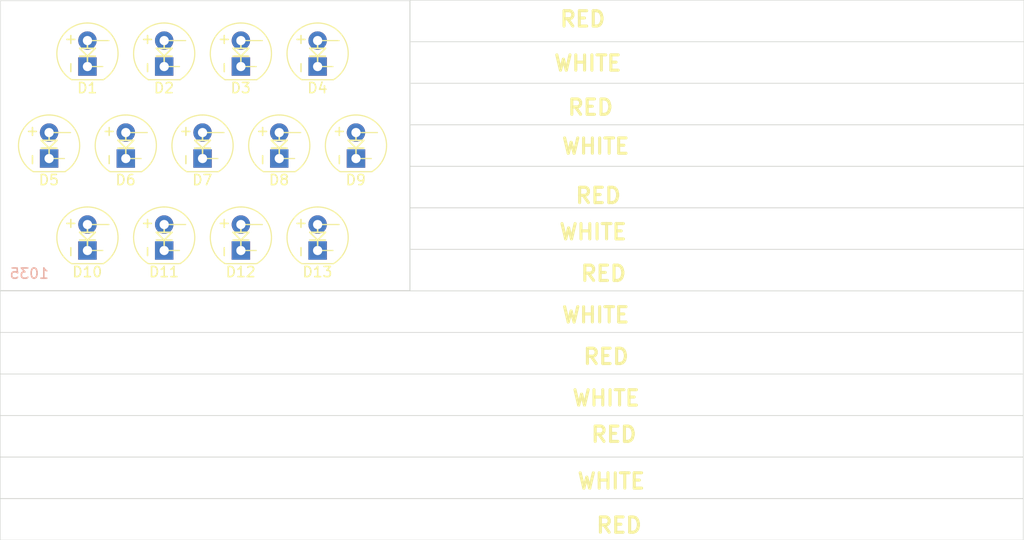
<source format=kicad_pcb>
(kicad_pcb (version 20171130) (host pcbnew "(5.1.5)-3")

  (general
    (thickness 1.6)
    (drawings 70)
    (tracks 0)
    (zones 0)
    (modules 13)
    (nets 27)
  )

  (page A4)
  (layers
    (0 F.Cu signal)
    (31 B.Cu signal)
    (32 B.Adhes user)
    (33 F.Adhes user)
    (34 B.Paste user)
    (35 F.Paste user)
    (36 B.SilkS user)
    (37 F.SilkS user)
    (38 B.Mask user)
    (39 F.Mask user)
    (40 Dwgs.User user)
    (41 Cmts.User user)
    (42 Eco1.User user)
    (43 Eco2.User user)
    (44 Edge.Cuts user)
    (45 Margin user)
    (46 B.CrtYd user)
    (47 F.CrtYd user)
    (48 B.Fab user)
    (49 F.Fab user)
  )

  (setup
    (last_trace_width 0.25)
    (trace_clearance 0.2)
    (zone_clearance 0.508)
    (zone_45_only no)
    (trace_min 0.2)
    (via_size 0.8)
    (via_drill 0.4)
    (via_min_size 0.4)
    (via_min_drill 0.3)
    (uvia_size 0.3)
    (uvia_drill 0.1)
    (uvias_allowed no)
    (uvia_min_size 0.2)
    (uvia_min_drill 0.1)
    (edge_width 0.05)
    (segment_width 0.2)
    (pcb_text_width 0.3)
    (pcb_text_size 1.5 1.5)
    (mod_edge_width 0.12)
    (mod_text_size 1 1)
    (mod_text_width 0.15)
    (pad_size 1.524 1.524)
    (pad_drill 0.762)
    (pad_to_mask_clearance 0.051)
    (solder_mask_min_width 0.25)
    (aux_axis_origin 0 0)
    (visible_elements 7FFFFFFF)
    (pcbplotparams
      (layerselection 0x010fc_ffffffff)
      (usegerberextensions false)
      (usegerberattributes false)
      (usegerberadvancedattributes false)
      (creategerberjobfile false)
      (excludeedgelayer true)
      (linewidth 0.100000)
      (plotframeref false)
      (viasonmask false)
      (mode 1)
      (useauxorigin false)
      (hpglpennumber 1)
      (hpglpenspeed 20)
      (hpglpendiameter 15.000000)
      (psnegative false)
      (psa4output false)
      (plotreference true)
      (plotvalue true)
      (plotinvisibletext false)
      (padsonsilk false)
      (subtractmaskfromsilk false)
      (outputformat 1)
      (mirror false)
      (drillshape 1)
      (scaleselection 1)
      (outputdirectory ""))
  )

  (net 0 "")
  (net 1 "Net-(D1-Pad1)")
  (net 2 "Net-(D1-Pad2)")
  (net 3 "Net-(D2-Pad1)")
  (net 4 "Net-(D2-Pad2)")
  (net 5 "Net-(D3-Pad2)")
  (net 6 "Net-(D3-Pad1)")
  (net 7 "Net-(D4-Pad2)")
  (net 8 "Net-(D4-Pad1)")
  (net 9 "Net-(D5-Pad2)")
  (net 10 "Net-(D5-Pad1)")
  (net 11 "Net-(D6-Pad1)")
  (net 12 "Net-(D6-Pad2)")
  (net 13 "Net-(D7-Pad1)")
  (net 14 "Net-(D7-Pad2)")
  (net 15 "Net-(D8-Pad1)")
  (net 16 "Net-(D8-Pad2)")
  (net 17 "Net-(D9-Pad2)")
  (net 18 "Net-(D9-Pad1)")
  (net 19 "Net-(D10-Pad2)")
  (net 20 "Net-(D10-Pad1)")
  (net 21 "Net-(D11-Pad2)")
  (net 22 "Net-(D11-Pad1)")
  (net 23 "Net-(D12-Pad1)")
  (net 24 "Net-(D12-Pad2)")
  (net 25 "Net-(D13-Pad1)")
  (net 26 "Net-(D13-Pad2)")

  (net_class Default "This is the default net class."
    (clearance 0.2)
    (trace_width 0.25)
    (via_dia 0.8)
    (via_drill 0.4)
    (uvia_dia 0.3)
    (uvia_drill 0.1)
    (add_net "Net-(D1-Pad1)")
    (add_net "Net-(D1-Pad2)")
    (add_net "Net-(D10-Pad1)")
    (add_net "Net-(D10-Pad2)")
    (add_net "Net-(D11-Pad1)")
    (add_net "Net-(D11-Pad2)")
    (add_net "Net-(D12-Pad1)")
    (add_net "Net-(D12-Pad2)")
    (add_net "Net-(D13-Pad1)")
    (add_net "Net-(D13-Pad2)")
    (add_net "Net-(D2-Pad1)")
    (add_net "Net-(D2-Pad2)")
    (add_net "Net-(D3-Pad1)")
    (add_net "Net-(D3-Pad2)")
    (add_net "Net-(D4-Pad1)")
    (add_net "Net-(D4-Pad2)")
    (add_net "Net-(D5-Pad1)")
    (add_net "Net-(D5-Pad2)")
    (add_net "Net-(D6-Pad1)")
    (add_net "Net-(D6-Pad2)")
    (add_net "Net-(D7-Pad1)")
    (add_net "Net-(D7-Pad2)")
    (add_net "Net-(D8-Pad1)")
    (add_net "Net-(D8-Pad2)")
    (add_net "Net-(D9-Pad1)")
    (add_net "Net-(D9-Pad2)")
  )

  (module "CCC-Schematic-Footprints:Schematic - LED 5mm(2.56P) 003" (layer F.Cu) (tedit 5D4CC2AF) (tstamp 5EAFD2AC)
    (at 38.712 103.192)
    (descr "LED, diameter 5.0mm, 2 pins, http://cdn-reichelt.de/documents/datenblatt/A500/LL-504BC2E-009.pdf")
    (tags "LED diameter 5.0mm 2 pins")
    (path /5EB0CD1C)
    (fp_text reference D1 (at -0.274 3.37 180) (layer F.SilkS)
      (effects (font (size 1 1) (thickness 0.15)))
    )
    (fp_text value LED (at 3.746 0 90) (layer F.Fab)
      (effects (font (size 1 1) (thickness 0.15)))
    )
    (fp_line (start -0.254 -0.508) (end -0.254 -1.016) (layer F.SilkS) (width 0.15))
    (fp_line (start -0.254 0.254) (end -0.254 0.762) (layer F.SilkS) (width 0.15))
    (fp_line (start -1.016 0.254) (end 0.508 0.254) (layer F.SilkS) (width 0.15))
    (fp_line (start -0.254 0.254) (end -1.016 -0.508) (layer F.SilkS) (width 0.15))
    (fp_line (start 0.508 -0.508) (end -0.254 0.254) (layer F.SilkS) (width 0.15))
    (fp_line (start -1.016 -0.508) (end 0.508 -0.508) (layer F.SilkS) (width 0.15))
    (fp_arc (start -0.254 0) (end -1.723694 2.5) (angle 299.1) (layer F.Fab) (width 0.1))
    (fp_arc (start -0.254 0) (end -1.79883 2.56) (angle 148.9) (layer F.SilkS) (width 0.12))
    (fp_arc (start -0.254 0) (end 1.29083 2.56) (angle -148.9) (layer F.SilkS) (width 0.12))
    (fp_line (start -1.723694 2.5) (end 1.215694 2.5) (layer F.Fab) (width 0.1))
    (fp_line (start -1.799 2.56) (end 1.291 2.56) (layer F.SilkS) (width 0.12))
    (fp_line (start -3.504 3.22) (end 2.996 3.22) (layer F.CrtYd) (width 0.05))
    (fp_line (start 2.996 3.22) (end 2.996 -3.23) (layer F.CrtYd) (width 0.05))
    (fp_line (start 2.996 -3.23) (end -3.504 -3.23) (layer F.CrtYd) (width 0.05))
    (fp_line (start -3.504 -3.23) (end -3.504 3.22) (layer F.CrtYd) (width 0.05))
    (fp_text user %R (at -0.254 0.02 90) (layer F.Fab)
      (effects (font (size 0.8 0.8) (thickness 0.2)))
    )
    (fp_text user "-  +" (at -1.954 0 90) (layer F.SilkS)
      (effects (font (size 1 1) (thickness 0.15)))
    )
    (fp_line (start -0.254 -1.27) (end 1.846 -1.27) (layer F.SilkS) (width 0.12))
    (fp_line (start -0.254 1.27) (end 1.246 1.27) (layer F.SilkS) (width 0.12))
    (pad 1 thru_hole rect (at -0.254 1.27 90) (size 1.8 1.8) (drill 0.9) (layers *.Cu *.Mask)
      (net 1 "Net-(D1-Pad1)"))
    (pad 2 thru_hole circle (at -0.254 -1.27 90) (size 1.8 1.8) (drill 0.9) (layers *.Cu *.Mask)
      (net 2 "Net-(D1-Pad2)"))
    (model ${KISYS3DMOD}/LED_THT.3dshapes/LED_D5.0mm.wrl
      (at (xyz 0 0 0))
      (scale (xyz 1 1 1))
      (rotate (xyz 0 0 0))
    )
  )

  (module "CCC-Schematic-Footprints:Schematic - LED 5mm(2.56P) 003" (layer F.Cu) (tedit 5D4CC2AF) (tstamp 5EAFE203)
    (at 46.212 103.192)
    (descr "LED, diameter 5.0mm, 2 pins, http://cdn-reichelt.de/documents/datenblatt/A500/LL-504BC2E-009.pdf")
    (tags "LED diameter 5.0mm 2 pins")
    (path /5EB0A2B4)
    (fp_text reference D2 (at -0.274 3.37 180) (layer F.SilkS)
      (effects (font (size 1 1) (thickness 0.15)))
    )
    (fp_text value LED (at 3.746 0 90) (layer F.Fab)
      (effects (font (size 1 1) (thickness 0.15)))
    )
    (fp_line (start -0.254 -0.508) (end -0.254 -1.016) (layer F.SilkS) (width 0.15))
    (fp_line (start -0.254 0.254) (end -0.254 0.762) (layer F.SilkS) (width 0.15))
    (fp_line (start -1.016 0.254) (end 0.508 0.254) (layer F.SilkS) (width 0.15))
    (fp_line (start -0.254 0.254) (end -1.016 -0.508) (layer F.SilkS) (width 0.15))
    (fp_line (start 0.508 -0.508) (end -0.254 0.254) (layer F.SilkS) (width 0.15))
    (fp_line (start -1.016 -0.508) (end 0.508 -0.508) (layer F.SilkS) (width 0.15))
    (fp_arc (start -0.254 0) (end -1.723694 2.5) (angle 299.1) (layer F.Fab) (width 0.1))
    (fp_arc (start -0.254 0) (end -1.79883 2.56) (angle 148.9) (layer F.SilkS) (width 0.12))
    (fp_arc (start -0.254 0) (end 1.29083 2.56) (angle -148.9) (layer F.SilkS) (width 0.12))
    (fp_line (start -1.723694 2.5) (end 1.215694 2.5) (layer F.Fab) (width 0.1))
    (fp_line (start -1.799 2.56) (end 1.291 2.56) (layer F.SilkS) (width 0.12))
    (fp_line (start -3.504 3.22) (end 2.996 3.22) (layer F.CrtYd) (width 0.05))
    (fp_line (start 2.996 3.22) (end 2.996 -3.23) (layer F.CrtYd) (width 0.05))
    (fp_line (start 2.996 -3.23) (end -3.504 -3.23) (layer F.CrtYd) (width 0.05))
    (fp_line (start -3.504 -3.23) (end -3.504 3.22) (layer F.CrtYd) (width 0.05))
    (fp_text user %R (at -0.254 0.02 90) (layer F.Fab)
      (effects (font (size 0.8 0.8) (thickness 0.2)))
    )
    (fp_text user "-  +" (at -1.954 0 90) (layer F.SilkS)
      (effects (font (size 1 1) (thickness 0.15)))
    )
    (fp_line (start -0.254 -1.27) (end 1.846 -1.27) (layer F.SilkS) (width 0.12))
    (fp_line (start -0.254 1.27) (end 1.246 1.27) (layer F.SilkS) (width 0.12))
    (pad 1 thru_hole rect (at -0.254 1.27 90) (size 1.8 1.8) (drill 0.9) (layers *.Cu *.Mask)
      (net 3 "Net-(D2-Pad1)"))
    (pad 2 thru_hole circle (at -0.254 -1.27 90) (size 1.8 1.8) (drill 0.9) (layers *.Cu *.Mask)
      (net 4 "Net-(D2-Pad2)"))
    (model ${KISYS3DMOD}/LED_THT.3dshapes/LED_D5.0mm.wrl
      (at (xyz 0 0 0))
      (scale (xyz 1 1 1))
      (rotate (xyz 0 0 0))
    )
  )

  (module "CCC-Schematic-Footprints:Schematic - LED 5mm(2.56P) 003" (layer F.Cu) (tedit 5D4CC2AF) (tstamp 5EAFD2DE)
    (at 53.712 103.192)
    (descr "LED, diameter 5.0mm, 2 pins, http://cdn-reichelt.de/documents/datenblatt/A500/LL-504BC2E-009.pdf")
    (tags "LED diameter 5.0mm 2 pins")
    (path /5EB13AAC)
    (fp_text reference D3 (at -0.274 3.37 180) (layer F.SilkS)
      (effects (font (size 1 1) (thickness 0.15)))
    )
    (fp_text value LED (at 3.746 0 90) (layer F.Fab)
      (effects (font (size 1 1) (thickness 0.15)))
    )
    (fp_line (start -0.254 1.27) (end 1.246 1.27) (layer F.SilkS) (width 0.12))
    (fp_line (start -0.254 -1.27) (end 1.846 -1.27) (layer F.SilkS) (width 0.12))
    (fp_text user "-  +" (at -1.954 0 90) (layer F.SilkS)
      (effects (font (size 1 1) (thickness 0.15)))
    )
    (fp_text user %R (at -0.254 0.02 90) (layer F.Fab)
      (effects (font (size 0.8 0.8) (thickness 0.2)))
    )
    (fp_line (start -3.504 -3.23) (end -3.504 3.22) (layer F.CrtYd) (width 0.05))
    (fp_line (start 2.996 -3.23) (end -3.504 -3.23) (layer F.CrtYd) (width 0.05))
    (fp_line (start 2.996 3.22) (end 2.996 -3.23) (layer F.CrtYd) (width 0.05))
    (fp_line (start -3.504 3.22) (end 2.996 3.22) (layer F.CrtYd) (width 0.05))
    (fp_line (start -1.799 2.56) (end 1.291 2.56) (layer F.SilkS) (width 0.12))
    (fp_line (start -1.723694 2.5) (end 1.215694 2.5) (layer F.Fab) (width 0.1))
    (fp_arc (start -0.254 0) (end 1.29083 2.56) (angle -148.9) (layer F.SilkS) (width 0.12))
    (fp_arc (start -0.254 0) (end -1.79883 2.56) (angle 148.9) (layer F.SilkS) (width 0.12))
    (fp_arc (start -0.254 0) (end -1.723694 2.5) (angle 299.1) (layer F.Fab) (width 0.1))
    (fp_line (start -1.016 -0.508) (end 0.508 -0.508) (layer F.SilkS) (width 0.15))
    (fp_line (start 0.508 -0.508) (end -0.254 0.254) (layer F.SilkS) (width 0.15))
    (fp_line (start -0.254 0.254) (end -1.016 -0.508) (layer F.SilkS) (width 0.15))
    (fp_line (start -1.016 0.254) (end 0.508 0.254) (layer F.SilkS) (width 0.15))
    (fp_line (start -0.254 0.254) (end -0.254 0.762) (layer F.SilkS) (width 0.15))
    (fp_line (start -0.254 -0.508) (end -0.254 -1.016) (layer F.SilkS) (width 0.15))
    (pad 2 thru_hole circle (at -0.254 -1.27 90) (size 1.8 1.8) (drill 0.9) (layers *.Cu *.Mask)
      (net 5 "Net-(D3-Pad2)"))
    (pad 1 thru_hole rect (at -0.254 1.27 90) (size 1.8 1.8) (drill 0.9) (layers *.Cu *.Mask)
      (net 6 "Net-(D3-Pad1)"))
    (model ${KISYS3DMOD}/LED_THT.3dshapes/LED_D5.0mm.wrl
      (at (xyz 0 0 0))
      (scale (xyz 1 1 1))
      (rotate (xyz 0 0 0))
    )
  )

  (module "CCC-Schematic-Footprints:Schematic - LED 5mm(2.56P) 003" (layer F.Cu) (tedit 5D4CC2AF) (tstamp 5EAFD2F7)
    (at 61.212 103.192)
    (descr "LED, diameter 5.0mm, 2 pins, http://cdn-reichelt.de/documents/datenblatt/A500/LL-504BC2E-009.pdf")
    (tags "LED diameter 5.0mm 2 pins")
    (path /5EB11ABE)
    (fp_text reference D4 (at -0.274 3.37 180) (layer F.SilkS)
      (effects (font (size 1 1) (thickness 0.15)))
    )
    (fp_text value LED (at 3.746 0 90) (layer F.Fab)
      (effects (font (size 1 1) (thickness 0.15)))
    )
    (fp_line (start -0.254 1.27) (end 1.246 1.27) (layer F.SilkS) (width 0.12))
    (fp_line (start -0.254 -1.27) (end 1.846 -1.27) (layer F.SilkS) (width 0.12))
    (fp_text user "-  +" (at -1.954 0 90) (layer F.SilkS)
      (effects (font (size 1 1) (thickness 0.15)))
    )
    (fp_text user %R (at -0.254 0.02 90) (layer F.Fab)
      (effects (font (size 0.8 0.8) (thickness 0.2)))
    )
    (fp_line (start -3.504 -3.23) (end -3.504 3.22) (layer F.CrtYd) (width 0.05))
    (fp_line (start 2.996 -3.23) (end -3.504 -3.23) (layer F.CrtYd) (width 0.05))
    (fp_line (start 2.996 3.22) (end 2.996 -3.23) (layer F.CrtYd) (width 0.05))
    (fp_line (start -3.504 3.22) (end 2.996 3.22) (layer F.CrtYd) (width 0.05))
    (fp_line (start -1.799 2.56) (end 1.291 2.56) (layer F.SilkS) (width 0.12))
    (fp_line (start -1.723694 2.5) (end 1.215694 2.5) (layer F.Fab) (width 0.1))
    (fp_arc (start -0.254 0) (end 1.29083 2.56) (angle -148.9) (layer F.SilkS) (width 0.12))
    (fp_arc (start -0.254 0) (end -1.79883 2.56) (angle 148.9) (layer F.SilkS) (width 0.12))
    (fp_arc (start -0.254 0) (end -1.723694 2.5) (angle 299.1) (layer F.Fab) (width 0.1))
    (fp_line (start -1.016 -0.508) (end 0.508 -0.508) (layer F.SilkS) (width 0.15))
    (fp_line (start 0.508 -0.508) (end -0.254 0.254) (layer F.SilkS) (width 0.15))
    (fp_line (start -0.254 0.254) (end -1.016 -0.508) (layer F.SilkS) (width 0.15))
    (fp_line (start -1.016 0.254) (end 0.508 0.254) (layer F.SilkS) (width 0.15))
    (fp_line (start -0.254 0.254) (end -0.254 0.762) (layer F.SilkS) (width 0.15))
    (fp_line (start -0.254 -0.508) (end -0.254 -1.016) (layer F.SilkS) (width 0.15))
    (pad 2 thru_hole circle (at -0.254 -1.27 90) (size 1.8 1.8) (drill 0.9) (layers *.Cu *.Mask)
      (net 7 "Net-(D4-Pad2)"))
    (pad 1 thru_hole rect (at -0.254 1.27 90) (size 1.8 1.8) (drill 0.9) (layers *.Cu *.Mask)
      (net 8 "Net-(D4-Pad1)"))
    (model ${KISYS3DMOD}/LED_THT.3dshapes/LED_D5.0mm.wrl
      (at (xyz 0 0 0))
      (scale (xyz 1 1 1))
      (rotate (xyz 0 0 0))
    )
  )

  (module "CCC-Schematic-Footprints:Schematic - LED 5mm(2.56P) 003" (layer F.Cu) (tedit 5D4CC2AF) (tstamp 5EAFDF14)
    (at 34.962 112.192)
    (descr "LED, diameter 5.0mm, 2 pins, http://cdn-reichelt.de/documents/datenblatt/A500/LL-504BC2E-009.pdf")
    (tags "LED diameter 5.0mm 2 pins")
    (path /5EB0C6CC)
    (fp_text reference D5 (at -0.274 3.37 180) (layer F.SilkS)
      (effects (font (size 1 1) (thickness 0.15)))
    )
    (fp_text value LED (at 3.746 0 90) (layer F.Fab)
      (effects (font (size 1 1) (thickness 0.15)))
    )
    (fp_line (start -0.254 1.27) (end 1.246 1.27) (layer F.SilkS) (width 0.12))
    (fp_line (start -0.254 -1.27) (end 1.846 -1.27) (layer F.SilkS) (width 0.12))
    (fp_text user "-  +" (at -1.954 0 90) (layer F.SilkS)
      (effects (font (size 1 1) (thickness 0.15)))
    )
    (fp_text user %R (at -0.254 0.02 90) (layer F.Fab)
      (effects (font (size 0.8 0.8) (thickness 0.2)))
    )
    (fp_line (start -3.504 -3.23) (end -3.504 3.22) (layer F.CrtYd) (width 0.05))
    (fp_line (start 2.996 -3.23) (end -3.504 -3.23) (layer F.CrtYd) (width 0.05))
    (fp_line (start 2.996 3.22) (end 2.996 -3.23) (layer F.CrtYd) (width 0.05))
    (fp_line (start -3.504 3.22) (end 2.996 3.22) (layer F.CrtYd) (width 0.05))
    (fp_line (start -1.799 2.56) (end 1.291 2.56) (layer F.SilkS) (width 0.12))
    (fp_line (start -1.723694 2.5) (end 1.215694 2.5) (layer F.Fab) (width 0.1))
    (fp_arc (start -0.254 0) (end 1.29083 2.56) (angle -148.9) (layer F.SilkS) (width 0.12))
    (fp_arc (start -0.254 0) (end -1.79883 2.56) (angle 148.9) (layer F.SilkS) (width 0.12))
    (fp_arc (start -0.254 0) (end -1.723694 2.5) (angle 299.1) (layer F.Fab) (width 0.1))
    (fp_line (start -1.016 -0.508) (end 0.508 -0.508) (layer F.SilkS) (width 0.15))
    (fp_line (start 0.508 -0.508) (end -0.254 0.254) (layer F.SilkS) (width 0.15))
    (fp_line (start -0.254 0.254) (end -1.016 -0.508) (layer F.SilkS) (width 0.15))
    (fp_line (start -1.016 0.254) (end 0.508 0.254) (layer F.SilkS) (width 0.15))
    (fp_line (start -0.254 0.254) (end -0.254 0.762) (layer F.SilkS) (width 0.15))
    (fp_line (start -0.254 -0.508) (end -0.254 -1.016) (layer F.SilkS) (width 0.15))
    (pad 2 thru_hole circle (at -0.254 -1.27 90) (size 1.8 1.8) (drill 0.9) (layers *.Cu *.Mask)
      (net 9 "Net-(D5-Pad2)"))
    (pad 1 thru_hole rect (at -0.254 1.27 90) (size 1.8 1.8) (drill 0.9) (layers *.Cu *.Mask)
      (net 10 "Net-(D5-Pad1)"))
    (model ${KISYS3DMOD}/LED_THT.3dshapes/LED_D5.0mm.wrl
      (at (xyz 0 0 0))
      (scale (xyz 1 1 1))
      (rotate (xyz 0 0 0))
    )
  )

  (module "CCC-Schematic-Footprints:Schematic - LED 5mm(2.56P) 003" (layer F.Cu) (tedit 5D4CC2AF) (tstamp 5EAFD329)
    (at 42.462 112.192)
    (descr "LED, diameter 5.0mm, 2 pins, http://cdn-reichelt.de/documents/datenblatt/A500/LL-504BC2E-009.pdf")
    (tags "LED diameter 5.0mm 2 pins")
    (path /5EB13AB2)
    (fp_text reference D6 (at -0.274 3.37 180) (layer F.SilkS)
      (effects (font (size 1 1) (thickness 0.15)))
    )
    (fp_text value LED (at 3.746 0 90) (layer F.Fab)
      (effects (font (size 1 1) (thickness 0.15)))
    )
    (fp_line (start -0.254 -0.508) (end -0.254 -1.016) (layer F.SilkS) (width 0.15))
    (fp_line (start -0.254 0.254) (end -0.254 0.762) (layer F.SilkS) (width 0.15))
    (fp_line (start -1.016 0.254) (end 0.508 0.254) (layer F.SilkS) (width 0.15))
    (fp_line (start -0.254 0.254) (end -1.016 -0.508) (layer F.SilkS) (width 0.15))
    (fp_line (start 0.508 -0.508) (end -0.254 0.254) (layer F.SilkS) (width 0.15))
    (fp_line (start -1.016 -0.508) (end 0.508 -0.508) (layer F.SilkS) (width 0.15))
    (fp_arc (start -0.254 0) (end -1.723694 2.5) (angle 299.1) (layer F.Fab) (width 0.1))
    (fp_arc (start -0.254 0) (end -1.79883 2.56) (angle 148.9) (layer F.SilkS) (width 0.12))
    (fp_arc (start -0.254 0) (end 1.29083 2.56) (angle -148.9) (layer F.SilkS) (width 0.12))
    (fp_line (start -1.723694 2.5) (end 1.215694 2.5) (layer F.Fab) (width 0.1))
    (fp_line (start -1.799 2.56) (end 1.291 2.56) (layer F.SilkS) (width 0.12))
    (fp_line (start -3.504 3.22) (end 2.996 3.22) (layer F.CrtYd) (width 0.05))
    (fp_line (start 2.996 3.22) (end 2.996 -3.23) (layer F.CrtYd) (width 0.05))
    (fp_line (start 2.996 -3.23) (end -3.504 -3.23) (layer F.CrtYd) (width 0.05))
    (fp_line (start -3.504 -3.23) (end -3.504 3.22) (layer F.CrtYd) (width 0.05))
    (fp_text user %R (at -0.254 0.02 90) (layer F.Fab)
      (effects (font (size 0.8 0.8) (thickness 0.2)))
    )
    (fp_text user "-  +" (at -1.954 0 90) (layer F.SilkS)
      (effects (font (size 1 1) (thickness 0.15)))
    )
    (fp_line (start -0.254 -1.27) (end 1.846 -1.27) (layer F.SilkS) (width 0.12))
    (fp_line (start -0.254 1.27) (end 1.246 1.27) (layer F.SilkS) (width 0.12))
    (pad 1 thru_hole rect (at -0.254 1.27 90) (size 1.8 1.8) (drill 0.9) (layers *.Cu *.Mask)
      (net 11 "Net-(D6-Pad1)"))
    (pad 2 thru_hole circle (at -0.254 -1.27 90) (size 1.8 1.8) (drill 0.9) (layers *.Cu *.Mask)
      (net 12 "Net-(D6-Pad2)"))
    (model ${KISYS3DMOD}/LED_THT.3dshapes/LED_D5.0mm.wrl
      (at (xyz 0 0 0))
      (scale (xyz 1 1 1))
      (rotate (xyz 0 0 0))
    )
  )

  (module "CCC-Schematic-Footprints:Schematic - LED 5mm(2.56P) 003" (layer F.Cu) (tedit 5D4CC2AF) (tstamp 5EAFD342)
    (at 49.962 112.192)
    (descr "LED, diameter 5.0mm, 2 pins, http://cdn-reichelt.de/documents/datenblatt/A500/LL-504BC2E-009.pdf")
    (tags "LED diameter 5.0mm 2 pins")
    (path /5EB11AC4)
    (fp_text reference D7 (at -0.274 3.37 180) (layer F.SilkS)
      (effects (font (size 1 1) (thickness 0.15)))
    )
    (fp_text value LED (at 3.746 0 90) (layer F.Fab)
      (effects (font (size 1 1) (thickness 0.15)))
    )
    (fp_line (start -0.254 -0.508) (end -0.254 -1.016) (layer F.SilkS) (width 0.15))
    (fp_line (start -0.254 0.254) (end -0.254 0.762) (layer F.SilkS) (width 0.15))
    (fp_line (start -1.016 0.254) (end 0.508 0.254) (layer F.SilkS) (width 0.15))
    (fp_line (start -0.254 0.254) (end -1.016 -0.508) (layer F.SilkS) (width 0.15))
    (fp_line (start 0.508 -0.508) (end -0.254 0.254) (layer F.SilkS) (width 0.15))
    (fp_line (start -1.016 -0.508) (end 0.508 -0.508) (layer F.SilkS) (width 0.15))
    (fp_arc (start -0.254 0) (end -1.723694 2.5) (angle 299.1) (layer F.Fab) (width 0.1))
    (fp_arc (start -0.254 0) (end -1.79883 2.56) (angle 148.9) (layer F.SilkS) (width 0.12))
    (fp_arc (start -0.254 0) (end 1.29083 2.56) (angle -148.9) (layer F.SilkS) (width 0.12))
    (fp_line (start -1.723694 2.5) (end 1.215694 2.5) (layer F.Fab) (width 0.1))
    (fp_line (start -1.799 2.56) (end 1.291 2.56) (layer F.SilkS) (width 0.12))
    (fp_line (start -3.504 3.22) (end 2.996 3.22) (layer F.CrtYd) (width 0.05))
    (fp_line (start 2.996 3.22) (end 2.996 -3.23) (layer F.CrtYd) (width 0.05))
    (fp_line (start 2.996 -3.23) (end -3.504 -3.23) (layer F.CrtYd) (width 0.05))
    (fp_line (start -3.504 -3.23) (end -3.504 3.22) (layer F.CrtYd) (width 0.05))
    (fp_text user %R (at -0.254 0.02 90) (layer F.Fab)
      (effects (font (size 0.8 0.8) (thickness 0.2)))
    )
    (fp_text user "-  +" (at -1.954 0 90) (layer F.SilkS)
      (effects (font (size 1 1) (thickness 0.15)))
    )
    (fp_line (start -0.254 -1.27) (end 1.846 -1.27) (layer F.SilkS) (width 0.12))
    (fp_line (start -0.254 1.27) (end 1.246 1.27) (layer F.SilkS) (width 0.12))
    (pad 1 thru_hole rect (at -0.254 1.27 90) (size 1.8 1.8) (drill 0.9) (layers *.Cu *.Mask)
      (net 13 "Net-(D7-Pad1)"))
    (pad 2 thru_hole circle (at -0.254 -1.27 90) (size 1.8 1.8) (drill 0.9) (layers *.Cu *.Mask)
      (net 14 "Net-(D7-Pad2)"))
    (model ${KISYS3DMOD}/LED_THT.3dshapes/LED_D5.0mm.wrl
      (at (xyz 0 0 0))
      (scale (xyz 1 1 1))
      (rotate (xyz 0 0 0))
    )
  )

  (module "CCC-Schematic-Footprints:Schematic - LED 5mm(2.56P) 003" (layer F.Cu) (tedit 5D4CC2AF) (tstamp 5EAFD35B)
    (at 57.462 112.192)
    (descr "LED, diameter 5.0mm, 2 pins, http://cdn-reichelt.de/documents/datenblatt/A500/LL-504BC2E-009.pdf")
    (tags "LED diameter 5.0mm 2 pins")
    (path /5EB0CA39)
    (fp_text reference D8 (at -0.274 3.37 180) (layer F.SilkS)
      (effects (font (size 1 1) (thickness 0.15)))
    )
    (fp_text value LED (at 3.746 0 90) (layer F.Fab)
      (effects (font (size 1 1) (thickness 0.15)))
    )
    (fp_line (start -0.254 -0.508) (end -0.254 -1.016) (layer F.SilkS) (width 0.15))
    (fp_line (start -0.254 0.254) (end -0.254 0.762) (layer F.SilkS) (width 0.15))
    (fp_line (start -1.016 0.254) (end 0.508 0.254) (layer F.SilkS) (width 0.15))
    (fp_line (start -0.254 0.254) (end -1.016 -0.508) (layer F.SilkS) (width 0.15))
    (fp_line (start 0.508 -0.508) (end -0.254 0.254) (layer F.SilkS) (width 0.15))
    (fp_line (start -1.016 -0.508) (end 0.508 -0.508) (layer F.SilkS) (width 0.15))
    (fp_arc (start -0.254 0) (end -1.723694 2.5) (angle 299.1) (layer F.Fab) (width 0.1))
    (fp_arc (start -0.254 0) (end -1.79883 2.56) (angle 148.9) (layer F.SilkS) (width 0.12))
    (fp_arc (start -0.254 0) (end 1.29083 2.56) (angle -148.9) (layer F.SilkS) (width 0.12))
    (fp_line (start -1.723694 2.5) (end 1.215694 2.5) (layer F.Fab) (width 0.1))
    (fp_line (start -1.799 2.56) (end 1.291 2.56) (layer F.SilkS) (width 0.12))
    (fp_line (start -3.504 3.22) (end 2.996 3.22) (layer F.CrtYd) (width 0.05))
    (fp_line (start 2.996 3.22) (end 2.996 -3.23) (layer F.CrtYd) (width 0.05))
    (fp_line (start 2.996 -3.23) (end -3.504 -3.23) (layer F.CrtYd) (width 0.05))
    (fp_line (start -3.504 -3.23) (end -3.504 3.22) (layer F.CrtYd) (width 0.05))
    (fp_text user %R (at -0.254 0.02 90) (layer F.Fab)
      (effects (font (size 0.8 0.8) (thickness 0.2)))
    )
    (fp_text user "-  +" (at -1.954 0 90) (layer F.SilkS)
      (effects (font (size 1 1) (thickness 0.15)))
    )
    (fp_line (start -0.254 -1.27) (end 1.846 -1.27) (layer F.SilkS) (width 0.12))
    (fp_line (start -0.254 1.27) (end 1.246 1.27) (layer F.SilkS) (width 0.12))
    (pad 1 thru_hole rect (at -0.254 1.27 90) (size 1.8 1.8) (drill 0.9) (layers *.Cu *.Mask)
      (net 15 "Net-(D8-Pad1)"))
    (pad 2 thru_hole circle (at -0.254 -1.27 90) (size 1.8 1.8) (drill 0.9) (layers *.Cu *.Mask)
      (net 16 "Net-(D8-Pad2)"))
    (model ${KISYS3DMOD}/LED_THT.3dshapes/LED_D5.0mm.wrl
      (at (xyz 0 0 0))
      (scale (xyz 1 1 1))
      (rotate (xyz 0 0 0))
    )
  )

  (module "CCC-Schematic-Footprints:Schematic - LED 5mm(2.56P) 003" (layer F.Cu) (tedit 5D4CC2AF) (tstamp 5EAFD374)
    (at 64.962 112.192)
    (descr "LED, diameter 5.0mm, 2 pins, http://cdn-reichelt.de/documents/datenblatt/A500/LL-504BC2E-009.pdf")
    (tags "LED diameter 5.0mm 2 pins")
    (path /5EB13AB8)
    (fp_text reference D9 (at -0.274 3.37 180) (layer F.SilkS)
      (effects (font (size 1 1) (thickness 0.15)))
    )
    (fp_text value LED (at 3.746 0 90) (layer F.Fab)
      (effects (font (size 1 1) (thickness 0.15)))
    )
    (fp_line (start -0.254 1.27) (end 1.246 1.27) (layer F.SilkS) (width 0.12))
    (fp_line (start -0.254 -1.27) (end 1.846 -1.27) (layer F.SilkS) (width 0.12))
    (fp_text user "-  +" (at -1.954 0 90) (layer F.SilkS)
      (effects (font (size 1 1) (thickness 0.15)))
    )
    (fp_text user %R (at -0.254 0.02 90) (layer F.Fab)
      (effects (font (size 0.8 0.8) (thickness 0.2)))
    )
    (fp_line (start -3.504 -3.23) (end -3.504 3.22) (layer F.CrtYd) (width 0.05))
    (fp_line (start 2.996 -3.23) (end -3.504 -3.23) (layer F.CrtYd) (width 0.05))
    (fp_line (start 2.996 3.22) (end 2.996 -3.23) (layer F.CrtYd) (width 0.05))
    (fp_line (start -3.504 3.22) (end 2.996 3.22) (layer F.CrtYd) (width 0.05))
    (fp_line (start -1.799 2.56) (end 1.291 2.56) (layer F.SilkS) (width 0.12))
    (fp_line (start -1.723694 2.5) (end 1.215694 2.5) (layer F.Fab) (width 0.1))
    (fp_arc (start -0.254 0) (end 1.29083 2.56) (angle -148.9) (layer F.SilkS) (width 0.12))
    (fp_arc (start -0.254 0) (end -1.79883 2.56) (angle 148.9) (layer F.SilkS) (width 0.12))
    (fp_arc (start -0.254 0) (end -1.723694 2.5) (angle 299.1) (layer F.Fab) (width 0.1))
    (fp_line (start -1.016 -0.508) (end 0.508 -0.508) (layer F.SilkS) (width 0.15))
    (fp_line (start 0.508 -0.508) (end -0.254 0.254) (layer F.SilkS) (width 0.15))
    (fp_line (start -0.254 0.254) (end -1.016 -0.508) (layer F.SilkS) (width 0.15))
    (fp_line (start -1.016 0.254) (end 0.508 0.254) (layer F.SilkS) (width 0.15))
    (fp_line (start -0.254 0.254) (end -0.254 0.762) (layer F.SilkS) (width 0.15))
    (fp_line (start -0.254 -0.508) (end -0.254 -1.016) (layer F.SilkS) (width 0.15))
    (pad 2 thru_hole circle (at -0.254 -1.27 90) (size 1.8 1.8) (drill 0.9) (layers *.Cu *.Mask)
      (net 17 "Net-(D9-Pad2)"))
    (pad 1 thru_hole rect (at -0.254 1.27 90) (size 1.8 1.8) (drill 0.9) (layers *.Cu *.Mask)
      (net 18 "Net-(D9-Pad1)"))
    (model ${KISYS3DMOD}/LED_THT.3dshapes/LED_D5.0mm.wrl
      (at (xyz 0 0 0))
      (scale (xyz 1 1 1))
      (rotate (xyz 0 0 0))
    )
  )

  (module "CCC-Schematic-Footprints:Schematic - LED 5mm(2.56P) 003" (layer F.Cu) (tedit 5D4CC2AF) (tstamp 5EAFD38D)
    (at 38.712 121.192)
    (descr "LED, diameter 5.0mm, 2 pins, http://cdn-reichelt.de/documents/datenblatt/A500/LL-504BC2E-009.pdf")
    (tags "LED diameter 5.0mm 2 pins")
    (path /5EB11ACA)
    (fp_text reference D10 (at -0.274 3.37 180) (layer F.SilkS)
      (effects (font (size 1 1) (thickness 0.15)))
    )
    (fp_text value LED (at 3.746 0 90) (layer F.Fab)
      (effects (font (size 1 1) (thickness 0.15)))
    )
    (fp_line (start -0.254 1.27) (end 1.246 1.27) (layer F.SilkS) (width 0.12))
    (fp_line (start -0.254 -1.27) (end 1.846 -1.27) (layer F.SilkS) (width 0.12))
    (fp_text user "-  +" (at -1.954 0 90) (layer F.SilkS)
      (effects (font (size 1 1) (thickness 0.15)))
    )
    (fp_text user %R (at -0.254 0.02 90) (layer F.Fab)
      (effects (font (size 0.8 0.8) (thickness 0.2)))
    )
    (fp_line (start -3.504 -3.23) (end -3.504 3.22) (layer F.CrtYd) (width 0.05))
    (fp_line (start 2.996 -3.23) (end -3.504 -3.23) (layer F.CrtYd) (width 0.05))
    (fp_line (start 2.996 3.22) (end 2.996 -3.23) (layer F.CrtYd) (width 0.05))
    (fp_line (start -3.504 3.22) (end 2.996 3.22) (layer F.CrtYd) (width 0.05))
    (fp_line (start -1.799 2.56) (end 1.291 2.56) (layer F.SilkS) (width 0.12))
    (fp_line (start -1.723694 2.5) (end 1.215694 2.5) (layer F.Fab) (width 0.1))
    (fp_arc (start -0.254 0) (end 1.29083 2.56) (angle -148.9) (layer F.SilkS) (width 0.12))
    (fp_arc (start -0.254 0) (end -1.79883 2.56) (angle 148.9) (layer F.SilkS) (width 0.12))
    (fp_arc (start -0.254 0) (end -1.723694 2.5) (angle 299.1) (layer F.Fab) (width 0.1))
    (fp_line (start -1.016 -0.508) (end 0.508 -0.508) (layer F.SilkS) (width 0.15))
    (fp_line (start 0.508 -0.508) (end -0.254 0.254) (layer F.SilkS) (width 0.15))
    (fp_line (start -0.254 0.254) (end -1.016 -0.508) (layer F.SilkS) (width 0.15))
    (fp_line (start -1.016 0.254) (end 0.508 0.254) (layer F.SilkS) (width 0.15))
    (fp_line (start -0.254 0.254) (end -0.254 0.762) (layer F.SilkS) (width 0.15))
    (fp_line (start -0.254 -0.508) (end -0.254 -1.016) (layer F.SilkS) (width 0.15))
    (pad 2 thru_hole circle (at -0.254 -1.27 90) (size 1.8 1.8) (drill 0.9) (layers *.Cu *.Mask)
      (net 19 "Net-(D10-Pad2)"))
    (pad 1 thru_hole rect (at -0.254 1.27 90) (size 1.8 1.8) (drill 0.9) (layers *.Cu *.Mask)
      (net 20 "Net-(D10-Pad1)"))
    (model ${KISYS3DMOD}/LED_THT.3dshapes/LED_D5.0mm.wrl
      (at (xyz 0 0 0))
      (scale (xyz 1 1 1))
      (rotate (xyz 0 0 0))
    )
  )

  (module "CCC-Schematic-Footprints:Schematic - LED 5mm(2.56P) 003" (layer F.Cu) (tedit 5D4CC2AF) (tstamp 5EAFD3A6)
    (at 46.212 121.192)
    (descr "LED, diameter 5.0mm, 2 pins, http://cdn-reichelt.de/documents/datenblatt/A500/LL-504BC2E-009.pdf")
    (tags "LED diameter 5.0mm 2 pins")
    (path /5EB0CCB9)
    (fp_text reference D11 (at -0.274 3.37 180) (layer F.SilkS)
      (effects (font (size 1 1) (thickness 0.15)))
    )
    (fp_text value LED (at 3.746 0 90) (layer F.Fab)
      (effects (font (size 1 1) (thickness 0.15)))
    )
    (fp_line (start -0.254 1.27) (end 1.246 1.27) (layer F.SilkS) (width 0.12))
    (fp_line (start -0.254 -1.27) (end 1.846 -1.27) (layer F.SilkS) (width 0.12))
    (fp_text user "-  +" (at -1.954 0 90) (layer F.SilkS)
      (effects (font (size 1 1) (thickness 0.15)))
    )
    (fp_text user %R (at -0.254 0.02 90) (layer F.Fab)
      (effects (font (size 0.8 0.8) (thickness 0.2)))
    )
    (fp_line (start -3.504 -3.23) (end -3.504 3.22) (layer F.CrtYd) (width 0.05))
    (fp_line (start 2.996 -3.23) (end -3.504 -3.23) (layer F.CrtYd) (width 0.05))
    (fp_line (start 2.996 3.22) (end 2.996 -3.23) (layer F.CrtYd) (width 0.05))
    (fp_line (start -3.504 3.22) (end 2.996 3.22) (layer F.CrtYd) (width 0.05))
    (fp_line (start -1.799 2.56) (end 1.291 2.56) (layer F.SilkS) (width 0.12))
    (fp_line (start -1.723694 2.5) (end 1.215694 2.5) (layer F.Fab) (width 0.1))
    (fp_arc (start -0.254 0) (end 1.29083 2.56) (angle -148.9) (layer F.SilkS) (width 0.12))
    (fp_arc (start -0.254 0) (end -1.79883 2.56) (angle 148.9) (layer F.SilkS) (width 0.12))
    (fp_arc (start -0.254 0) (end -1.723694 2.5) (angle 299.1) (layer F.Fab) (width 0.1))
    (fp_line (start -1.016 -0.508) (end 0.508 -0.508) (layer F.SilkS) (width 0.15))
    (fp_line (start 0.508 -0.508) (end -0.254 0.254) (layer F.SilkS) (width 0.15))
    (fp_line (start -0.254 0.254) (end -1.016 -0.508) (layer F.SilkS) (width 0.15))
    (fp_line (start -1.016 0.254) (end 0.508 0.254) (layer F.SilkS) (width 0.15))
    (fp_line (start -0.254 0.254) (end -0.254 0.762) (layer F.SilkS) (width 0.15))
    (fp_line (start -0.254 -0.508) (end -0.254 -1.016) (layer F.SilkS) (width 0.15))
    (pad 2 thru_hole circle (at -0.254 -1.27 90) (size 1.8 1.8) (drill 0.9) (layers *.Cu *.Mask)
      (net 21 "Net-(D11-Pad2)"))
    (pad 1 thru_hole rect (at -0.254 1.27 90) (size 1.8 1.8) (drill 0.9) (layers *.Cu *.Mask)
      (net 22 "Net-(D11-Pad1)"))
    (model ${KISYS3DMOD}/LED_THT.3dshapes/LED_D5.0mm.wrl
      (at (xyz 0 0 0))
      (scale (xyz 1 1 1))
      (rotate (xyz 0 0 0))
    )
  )

  (module "CCC-Schematic-Footprints:Schematic - LED 5mm(2.56P) 003" (layer F.Cu) (tedit 5D4CC2AF) (tstamp 5EAFD3BF)
    (at 53.712 121.192)
    (descr "LED, diameter 5.0mm, 2 pins, http://cdn-reichelt.de/documents/datenblatt/A500/LL-504BC2E-009.pdf")
    (tags "LED diameter 5.0mm 2 pins")
    (path /5EB13ABE)
    (fp_text reference D12 (at -0.274 3.37 180) (layer F.SilkS)
      (effects (font (size 1 1) (thickness 0.15)))
    )
    (fp_text value LED (at 3.746 0 90) (layer F.Fab)
      (effects (font (size 1 1) (thickness 0.15)))
    )
    (fp_line (start -0.254 -0.508) (end -0.254 -1.016) (layer F.SilkS) (width 0.15))
    (fp_line (start -0.254 0.254) (end -0.254 0.762) (layer F.SilkS) (width 0.15))
    (fp_line (start -1.016 0.254) (end 0.508 0.254) (layer F.SilkS) (width 0.15))
    (fp_line (start -0.254 0.254) (end -1.016 -0.508) (layer F.SilkS) (width 0.15))
    (fp_line (start 0.508 -0.508) (end -0.254 0.254) (layer F.SilkS) (width 0.15))
    (fp_line (start -1.016 -0.508) (end 0.508 -0.508) (layer F.SilkS) (width 0.15))
    (fp_arc (start -0.254 0) (end -1.723694 2.5) (angle 299.1) (layer F.Fab) (width 0.1))
    (fp_arc (start -0.254 0) (end -1.79883 2.56) (angle 148.9) (layer F.SilkS) (width 0.12))
    (fp_arc (start -0.254 0) (end 1.29083 2.56) (angle -148.9) (layer F.SilkS) (width 0.12))
    (fp_line (start -1.723694 2.5) (end 1.215694 2.5) (layer F.Fab) (width 0.1))
    (fp_line (start -1.799 2.56) (end 1.291 2.56) (layer F.SilkS) (width 0.12))
    (fp_line (start -3.504 3.22) (end 2.996 3.22) (layer F.CrtYd) (width 0.05))
    (fp_line (start 2.996 3.22) (end 2.996 -3.23) (layer F.CrtYd) (width 0.05))
    (fp_line (start 2.996 -3.23) (end -3.504 -3.23) (layer F.CrtYd) (width 0.05))
    (fp_line (start -3.504 -3.23) (end -3.504 3.22) (layer F.CrtYd) (width 0.05))
    (fp_text user %R (at -0.254 0.02 90) (layer F.Fab)
      (effects (font (size 0.8 0.8) (thickness 0.2)))
    )
    (fp_text user "-  +" (at -1.954 0 90) (layer F.SilkS)
      (effects (font (size 1 1) (thickness 0.15)))
    )
    (fp_line (start -0.254 -1.27) (end 1.846 -1.27) (layer F.SilkS) (width 0.12))
    (fp_line (start -0.254 1.27) (end 1.246 1.27) (layer F.SilkS) (width 0.12))
    (pad 1 thru_hole rect (at -0.254 1.27 90) (size 1.8 1.8) (drill 0.9) (layers *.Cu *.Mask)
      (net 23 "Net-(D12-Pad1)"))
    (pad 2 thru_hole circle (at -0.254 -1.27 90) (size 1.8 1.8) (drill 0.9) (layers *.Cu *.Mask)
      (net 24 "Net-(D12-Pad2)"))
    (model ${KISYS3DMOD}/LED_THT.3dshapes/LED_D5.0mm.wrl
      (at (xyz 0 0 0))
      (scale (xyz 1 1 1))
      (rotate (xyz 0 0 0))
    )
  )

  (module "CCC-Schematic-Footprints:Schematic - LED 5mm(2.56P) 003" (layer F.Cu) (tedit 5D4CC2AF) (tstamp 5EAFD3D8)
    (at 61.212 121.192)
    (descr "LED, diameter 5.0mm, 2 pins, http://cdn-reichelt.de/documents/datenblatt/A500/LL-504BC2E-009.pdf")
    (tags "LED diameter 5.0mm 2 pins")
    (path /5EB11AD0)
    (fp_text reference D13 (at -0.274 3.37 180) (layer F.SilkS)
      (effects (font (size 1 1) (thickness 0.15)))
    )
    (fp_text value LED (at 3.746 0 90) (layer F.Fab)
      (effects (font (size 1 1) (thickness 0.15)))
    )
    (fp_line (start -0.254 -0.508) (end -0.254 -1.016) (layer F.SilkS) (width 0.15))
    (fp_line (start -0.254 0.254) (end -0.254 0.762) (layer F.SilkS) (width 0.15))
    (fp_line (start -1.016 0.254) (end 0.508 0.254) (layer F.SilkS) (width 0.15))
    (fp_line (start -0.254 0.254) (end -1.016 -0.508) (layer F.SilkS) (width 0.15))
    (fp_line (start 0.508 -0.508) (end -0.254 0.254) (layer F.SilkS) (width 0.15))
    (fp_line (start -1.016 -0.508) (end 0.508 -0.508) (layer F.SilkS) (width 0.15))
    (fp_arc (start -0.254 0) (end -1.723694 2.5) (angle 299.1) (layer F.Fab) (width 0.1))
    (fp_arc (start -0.254 0) (end -1.79883 2.56) (angle 148.9) (layer F.SilkS) (width 0.12))
    (fp_arc (start -0.254 0) (end 1.29083 2.56) (angle -148.9) (layer F.SilkS) (width 0.12))
    (fp_line (start -1.723694 2.5) (end 1.215694 2.5) (layer F.Fab) (width 0.1))
    (fp_line (start -1.799 2.56) (end 1.291 2.56) (layer F.SilkS) (width 0.12))
    (fp_line (start -3.504 3.22) (end 2.996 3.22) (layer F.CrtYd) (width 0.05))
    (fp_line (start 2.996 3.22) (end 2.996 -3.23) (layer F.CrtYd) (width 0.05))
    (fp_line (start 2.996 -3.23) (end -3.504 -3.23) (layer F.CrtYd) (width 0.05))
    (fp_line (start -3.504 -3.23) (end -3.504 3.22) (layer F.CrtYd) (width 0.05))
    (fp_text user %R (at -0.254 0.02 90) (layer F.Fab)
      (effects (font (size 0.8 0.8) (thickness 0.2)))
    )
    (fp_text user "-  +" (at -1.954 0 90) (layer F.SilkS)
      (effects (font (size 1 1) (thickness 0.15)))
    )
    (fp_line (start -0.254 -1.27) (end 1.846 -1.27) (layer F.SilkS) (width 0.12))
    (fp_line (start -0.254 1.27) (end 1.246 1.27) (layer F.SilkS) (width 0.12))
    (pad 1 thru_hole rect (at -0.254 1.27 90) (size 1.8 1.8) (drill 0.9) (layers *.Cu *.Mask)
      (net 25 "Net-(D13-Pad1)"))
    (pad 2 thru_hole circle (at -0.254 -1.27 90) (size 1.8 1.8) (drill 0.9) (layers *.Cu *.Mask)
      (net 26 "Net-(D13-Pad2)"))
    (model ${KISYS3DMOD}/LED_THT.3dshapes/LED_D5.0mm.wrl
      (at (xyz 0 0 0))
      (scale (xyz 1 1 1))
      (rotate (xyz 0 0 0))
    )
  )

  (gr_text WHITE (at 89.662 145.034) (layer F.SilkS) (tstamp 5EAF8102)
    (effects (font (size 1.5 1.5) (thickness 0.3)))
  )
  (gr_text WHITE (at 89.154 136.906) (layer F.SilkS) (tstamp 5EAF8102)
    (effects (font (size 1.5 1.5) (thickness 0.3)))
  )
  (gr_text WHITE (at 88.138 128.778) (layer F.SilkS) (tstamp 5EAF8102)
    (effects (font (size 1.5 1.5) (thickness 0.3)))
  )
  (gr_text WHITE (at 87.884 120.65) (layer F.SilkS) (tstamp 5EAF8102)
    (effects (font (size 1.5 1.5) (thickness 0.3)))
  )
  (gr_text WHITE (at 88.138 112.268) (layer F.SilkS) (tstamp 5EAF8102)
    (effects (font (size 1.5 1.5) (thickness 0.3)))
  )
  (gr_text WHITE (at 87.376 104.14) (layer F.SilkS) (tstamp 5EAF80F7)
    (effects (font (size 1.5 1.5) (thickness 0.3)))
  )
  (gr_text RED (at 90.424 149.352) (layer F.SilkS) (tstamp 5EAF80F7)
    (effects (font (size 1.5 1.5) (thickness 0.3)))
  )
  (gr_text RED (at 89.916 140.462) (layer F.SilkS) (tstamp 5EAF80F7)
    (effects (font (size 1.5 1.5) (thickness 0.3)))
  )
  (gr_text RED (at 89.154 132.842) (layer F.SilkS) (tstamp 5EAF80F7)
    (effects (font (size 1.5 1.5) (thickness 0.3)))
  )
  (gr_text RED (at 88.9 124.714) (layer F.SilkS) (tstamp 5EAF80F7)
    (effects (font (size 1.5 1.5) (thickness 0.3)))
  )
  (gr_text RED (at 88.392 117.094) (layer F.SilkS) (tstamp 5EAF80F7)
    (effects (font (size 1.5 1.5) (thickness 0.3)))
  )
  (gr_text RED (at 87.63 108.458) (layer F.SilkS) (tstamp 5EAF80F7)
    (effects (font (size 1.5 1.5) (thickness 0.3)))
  )
  (gr_text RED (at 86.868 99.822) (layer F.SilkS)
    (effects (font (size 1.5 1.5) (thickness 0.3)))
  )
  (gr_line (start 29.934 146.74435) (end 29.934 150.7917) (layer Edge.Cuts) (width 0.05) (tstamp 5EAF807C))
  (gr_line (start 29.934 150.7917) (end 129.934 150.7917) (layer Edge.Cuts) (width 0.05) (tstamp 5EAF807B))
  (gr_line (start 129.934 146.74432) (end 129.934 150.7917) (layer Edge.Cuts) (width 0.05) (tstamp 5EAF807A))
  (gr_line (start 29.934 146.74432) (end 129.934 146.74432) (layer Edge.Cuts) (width 0.05) (tstamp 5EAF8079))
  (gr_line (start 29.934 142.68035) (end 29.934 146.7277) (layer Edge.Cuts) (width 0.05) (tstamp 5EAF807C))
  (gr_line (start 29.934 146.7277) (end 129.934 146.7277) (layer Edge.Cuts) (width 0.05) (tstamp 5EAF807B))
  (gr_line (start 129.934 142.68032) (end 129.934 146.7277) (layer Edge.Cuts) (width 0.05) (tstamp 5EAF807A))
  (gr_line (start 29.934 142.68032) (end 129.934 142.68032) (layer Edge.Cuts) (width 0.05) (tstamp 5EAF8079))
  (gr_line (start 29.934 138.61635) (end 29.934 142.6637) (layer Edge.Cuts) (width 0.05) (tstamp 5EAF807C))
  (gr_line (start 29.934 142.6637) (end 129.934 142.6637) (layer Edge.Cuts) (width 0.05) (tstamp 5EAF807B))
  (gr_line (start 129.934 138.61632) (end 129.934 142.6637) (layer Edge.Cuts) (width 0.05) (tstamp 5EAF807A))
  (gr_line (start 29.934 138.61632) (end 129.934 138.61632) (layer Edge.Cuts) (width 0.05) (tstamp 5EAF8079))
  (gr_line (start 29.934 134.55235) (end 29.934 138.5997) (layer Edge.Cuts) (width 0.05) (tstamp 5EAF807C))
  (gr_line (start 29.934 138.5997) (end 129.934 138.5997) (layer Edge.Cuts) (width 0.05) (tstamp 5EAF807B))
  (gr_line (start 129.934 134.55232) (end 129.934 138.5997) (layer Edge.Cuts) (width 0.05) (tstamp 5EAF807A))
  (gr_line (start 29.934 134.55232) (end 129.934 134.55232) (layer Edge.Cuts) (width 0.05) (tstamp 5EAF8079))
  (gr_line (start 29.934 130.48835) (end 29.934 134.5357) (layer Edge.Cuts) (width 0.05) (tstamp 5EAF807C))
  (gr_line (start 29.934 134.5357) (end 129.934 134.5357) (layer Edge.Cuts) (width 0.05) (tstamp 5EAF807B))
  (gr_line (start 129.934 130.48832) (end 129.934 134.5357) (layer Edge.Cuts) (width 0.05) (tstamp 5EAF807A))
  (gr_line (start 29.934 130.48832) (end 129.934 130.48832) (layer Edge.Cuts) (width 0.05) (tstamp 5EAF8079))
  (gr_line (start 70 126.4077) (end 130 126.4077) (layer Edge.Cuts) (width 0.05) (tstamp 5EAF7F15))
  (gr_line (start 70 122.36032) (end 130 122.36032) (layer Edge.Cuts) (width 0.05) (tstamp 5EAF7F14))
  (gr_line (start 70 122.36035) (end 70 126.4077) (layer Edge.Cuts) (width 0.05) (tstamp 5EAF7F13))
  (gr_line (start 130 122.36032) (end 130 126.4077) (layer Edge.Cuts) (width 0.05) (tstamp 5EAF7F12))
  (gr_line (start 70 122.3437) (end 130 122.3437) (layer Edge.Cuts) (width 0.05) (tstamp 5EAF7F15))
  (gr_line (start 70 118.29632) (end 130 118.29632) (layer Edge.Cuts) (width 0.05) (tstamp 5EAF7F14))
  (gr_line (start 70 118.29635) (end 70 122.3437) (layer Edge.Cuts) (width 0.05) (tstamp 5EAF7F13))
  (gr_line (start 130 118.29632) (end 130 122.3437) (layer Edge.Cuts) (width 0.05) (tstamp 5EAF7F12))
  (gr_line (start 70 118.2797) (end 130 118.2797) (layer Edge.Cuts) (width 0.05) (tstamp 5EAF7F15))
  (gr_line (start 70 114.23232) (end 130 114.23232) (layer Edge.Cuts) (width 0.05) (tstamp 5EAF7F14))
  (gr_line (start 70 114.23235) (end 70 118.2797) (layer Edge.Cuts) (width 0.05) (tstamp 5EAF7F13))
  (gr_line (start 130 114.23232) (end 130 118.2797) (layer Edge.Cuts) (width 0.05) (tstamp 5EAF7F12))
  (gr_line (start 70 114.2157) (end 130 114.2157) (layer Edge.Cuts) (width 0.05) (tstamp 5EAF7F15))
  (gr_line (start 70 110.16832) (end 130 110.16832) (layer Edge.Cuts) (width 0.05) (tstamp 5EAF7F14))
  (gr_line (start 70 110.16835) (end 70 114.2157) (layer Edge.Cuts) (width 0.05) (tstamp 5EAF7F13))
  (gr_line (start 130 110.16832) (end 130 114.2157) (layer Edge.Cuts) (width 0.05) (tstamp 5EAF7F12))
  (gr_line (start 70 110.1517) (end 130 110.1517) (layer Edge.Cuts) (width 0.05) (tstamp 5EAF7F15))
  (gr_line (start 70 106.10432) (end 130 106.10432) (layer Edge.Cuts) (width 0.05) (tstamp 5EAF7F14))
  (gr_line (start 70 106.10435) (end 70 110.1517) (layer Edge.Cuts) (width 0.05) (tstamp 5EAF7F13))
  (gr_line (start 130 106.10432) (end 130 110.1517) (layer Edge.Cuts) (width 0.05) (tstamp 5EAF7F12))
  (gr_line (start 70 106.0877) (end 130 106.0877) (layer Edge.Cuts) (width 0.05) (tstamp 5EAF7F15))
  (gr_line (start 70 102.04032) (end 130 102.04032) (layer Edge.Cuts) (width 0.05) (tstamp 5EAF7F14))
  (gr_line (start 70 102.04035) (end 70 106.0877) (layer Edge.Cuts) (width 0.05) (tstamp 5EAF7F13))
  (gr_line (start 130 102.04032) (end 130 106.0877) (layer Edge.Cuts) (width 0.05) (tstamp 5EAF7F12))
  (gr_line (start 70 97.97632) (end 130 97.97632) (layer Edge.Cuts) (width 0.05))
  (gr_line (start 130 97.97632) (end 130 102.0237) (layer Edge.Cuts) (width 0.05))
  (gr_line (start 70 102.0237) (end 130 102.0237) (layer Edge.Cuts) (width 0.05))
  (gr_line (start 70 97.97635) (end 70 102.0237) (layer Edge.Cuts) (width 0.05))
  (gr_text 1035 (at 32.766 124.714) (layer B.SilkS)
    (effects (font (size 1 1) (thickness 0.15)) (justify mirror))
  )
  (gr_line (start 69.962 98.02095) (end 29.962 98.02095) (layer Edge.Cuts) (width 0.05))
  (gr_line (start 69.962 98.02095) (end 69.962 126.3631) (layer Edge.Cuts) (width 0.05))
  (gr_line (start 29.962 126.3631) (end 69.962 126.3631) (layer Edge.Cuts) (width 0.05))
  (gr_line (start 29.962 98.02095) (end 29.962 126.3631) (layer Edge.Cuts) (width 0.05))
  (gr_line (start 29.934 126.42432) (end 129.934 126.42432) (layer Edge.Cuts) (width 0.05))
  (gr_line (start 129.934 126.42432) (end 129.934 130.4717) (layer Edge.Cuts) (width 0.05))
  (gr_line (start 29.934 130.4717) (end 129.934 130.4717) (layer Edge.Cuts) (width 0.05))
  (gr_line (start 29.934 126.42435) (end 29.934 130.4717) (layer Edge.Cuts) (width 0.05))

)

</source>
